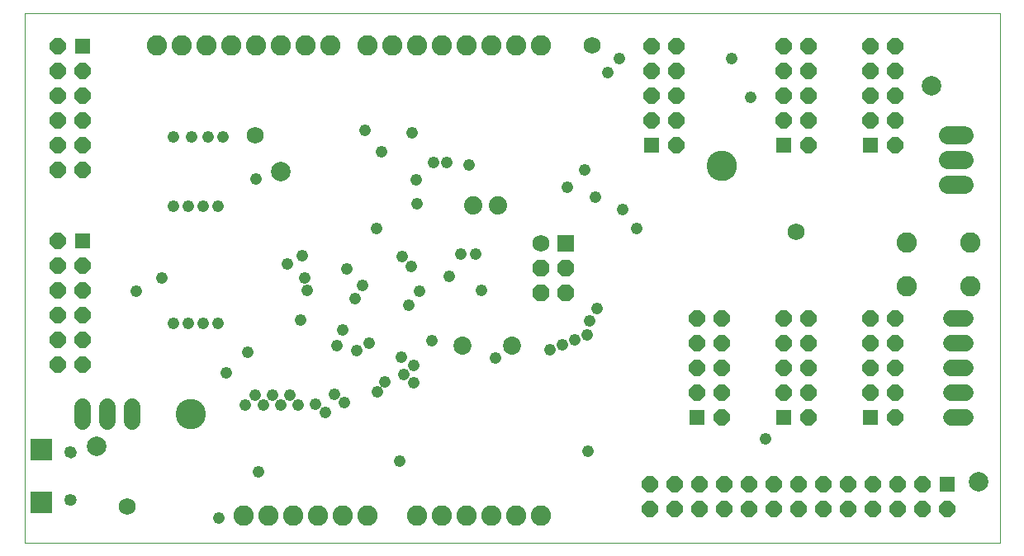
<source format=gbs>
G75*
%MOIN*%
%OFA0B0*%
%FSLAX24Y24*%
%IPPOS*%
%LPD*%
%AMOC8*
5,1,8,0,0,1.08239X$1,22.5*
%
%ADD10C,0.0000*%
%ADD11C,0.1222*%
%ADD12C,0.0820*%
%ADD13R,0.0640X0.0640*%
%ADD14OC8,0.0640*%
%ADD15C,0.0740*%
%ADD16C,0.0730*%
%ADD17C,0.0730*%
%ADD18C,0.0680*%
%ADD19OC8,0.0680*%
%ADD20R,0.0680X0.0680*%
%ADD21C,0.0674*%
%ADD22C,0.0680*%
%ADD23C,0.0787*%
%ADD24R,0.0867X0.0867*%
%ADD25C,0.0493*%
%ADD26C,0.0476*%
D10*
X009750Y000930D02*
X009750Y022326D01*
X049120Y022326D01*
X049120Y000930D01*
X009750Y000930D01*
X011405Y002675D02*
X011407Y002703D01*
X011413Y002731D01*
X011422Y002757D01*
X011435Y002783D01*
X011451Y002806D01*
X011471Y002826D01*
X011493Y002844D01*
X011517Y002859D01*
X011543Y002870D01*
X011570Y002878D01*
X011598Y002882D01*
X011626Y002882D01*
X011654Y002878D01*
X011681Y002870D01*
X011707Y002859D01*
X011731Y002844D01*
X011753Y002826D01*
X011773Y002806D01*
X011789Y002783D01*
X011802Y002757D01*
X011811Y002731D01*
X011817Y002703D01*
X011819Y002675D01*
X011817Y002647D01*
X011811Y002619D01*
X011802Y002593D01*
X011789Y002567D01*
X011773Y002544D01*
X011753Y002524D01*
X011731Y002506D01*
X011707Y002491D01*
X011681Y002480D01*
X011654Y002472D01*
X011626Y002468D01*
X011598Y002468D01*
X011570Y002472D01*
X011543Y002480D01*
X011517Y002491D01*
X011493Y002506D01*
X011471Y002524D01*
X011451Y002544D01*
X011435Y002567D01*
X011422Y002593D01*
X011413Y002619D01*
X011407Y002647D01*
X011405Y002675D01*
X011405Y004585D02*
X011407Y004613D01*
X011413Y004641D01*
X011422Y004667D01*
X011435Y004693D01*
X011451Y004716D01*
X011471Y004736D01*
X011493Y004754D01*
X011517Y004769D01*
X011543Y004780D01*
X011570Y004788D01*
X011598Y004792D01*
X011626Y004792D01*
X011654Y004788D01*
X011681Y004780D01*
X011707Y004769D01*
X011731Y004754D01*
X011753Y004736D01*
X011773Y004716D01*
X011789Y004693D01*
X011802Y004667D01*
X011811Y004641D01*
X011817Y004613D01*
X011819Y004585D01*
X011817Y004557D01*
X011811Y004529D01*
X011802Y004503D01*
X011789Y004477D01*
X011773Y004454D01*
X011753Y004434D01*
X011731Y004416D01*
X011707Y004401D01*
X011681Y004390D01*
X011654Y004382D01*
X011626Y004378D01*
X011598Y004378D01*
X011570Y004382D01*
X011543Y004390D01*
X011517Y004401D01*
X011493Y004416D01*
X011471Y004434D01*
X011451Y004454D01*
X011435Y004477D01*
X011422Y004503D01*
X011413Y004529D01*
X011407Y004557D01*
X011405Y004585D01*
X015879Y006125D02*
X015881Y006172D01*
X015887Y006219D01*
X015896Y006265D01*
X015910Y006310D01*
X015927Y006354D01*
X015948Y006397D01*
X015972Y006437D01*
X015999Y006476D01*
X016030Y006512D01*
X016063Y006545D01*
X016099Y006576D01*
X016138Y006603D01*
X016178Y006627D01*
X016221Y006648D01*
X016265Y006665D01*
X016310Y006679D01*
X016356Y006688D01*
X016403Y006694D01*
X016450Y006696D01*
X016497Y006694D01*
X016544Y006688D01*
X016590Y006679D01*
X016635Y006665D01*
X016679Y006648D01*
X016722Y006627D01*
X016762Y006603D01*
X016801Y006576D01*
X016837Y006545D01*
X016870Y006512D01*
X016901Y006476D01*
X016928Y006437D01*
X016952Y006397D01*
X016973Y006354D01*
X016990Y006310D01*
X017004Y006265D01*
X017013Y006219D01*
X017019Y006172D01*
X017021Y006125D01*
X017019Y006078D01*
X017013Y006031D01*
X017004Y005985D01*
X016990Y005940D01*
X016973Y005896D01*
X016952Y005853D01*
X016928Y005813D01*
X016901Y005774D01*
X016870Y005738D01*
X016837Y005705D01*
X016801Y005674D01*
X016762Y005647D01*
X016722Y005623D01*
X016679Y005602D01*
X016635Y005585D01*
X016590Y005571D01*
X016544Y005562D01*
X016497Y005556D01*
X016450Y005554D01*
X016403Y005556D01*
X016356Y005562D01*
X016310Y005571D01*
X016265Y005585D01*
X016221Y005602D01*
X016178Y005623D01*
X016138Y005647D01*
X016099Y005674D01*
X016063Y005705D01*
X016030Y005738D01*
X015999Y005774D01*
X015972Y005813D01*
X015948Y005853D01*
X015927Y005896D01*
X015910Y005940D01*
X015896Y005985D01*
X015887Y006031D01*
X015881Y006078D01*
X015879Y006125D01*
X037334Y016165D02*
X037336Y016212D01*
X037342Y016259D01*
X037351Y016305D01*
X037365Y016350D01*
X037382Y016394D01*
X037403Y016437D01*
X037427Y016477D01*
X037454Y016516D01*
X037485Y016552D01*
X037518Y016585D01*
X037554Y016616D01*
X037593Y016643D01*
X037633Y016667D01*
X037676Y016688D01*
X037720Y016705D01*
X037765Y016719D01*
X037811Y016728D01*
X037858Y016734D01*
X037905Y016736D01*
X037952Y016734D01*
X037999Y016728D01*
X038045Y016719D01*
X038090Y016705D01*
X038134Y016688D01*
X038177Y016667D01*
X038217Y016643D01*
X038256Y016616D01*
X038292Y016585D01*
X038325Y016552D01*
X038356Y016516D01*
X038383Y016477D01*
X038407Y016437D01*
X038428Y016394D01*
X038445Y016350D01*
X038459Y016305D01*
X038468Y016259D01*
X038474Y016212D01*
X038476Y016165D01*
X038474Y016118D01*
X038468Y016071D01*
X038459Y016025D01*
X038445Y015980D01*
X038428Y015936D01*
X038407Y015893D01*
X038383Y015853D01*
X038356Y015814D01*
X038325Y015778D01*
X038292Y015745D01*
X038256Y015714D01*
X038217Y015687D01*
X038177Y015663D01*
X038134Y015642D01*
X038090Y015625D01*
X038045Y015611D01*
X037999Y015602D01*
X037952Y015596D01*
X037905Y015594D01*
X037858Y015596D01*
X037811Y015602D01*
X037765Y015611D01*
X037720Y015625D01*
X037676Y015642D01*
X037633Y015663D01*
X037593Y015687D01*
X037554Y015714D01*
X037518Y015745D01*
X037485Y015778D01*
X037454Y015814D01*
X037427Y015853D01*
X037403Y015893D01*
X037382Y015936D01*
X037365Y015980D01*
X037351Y016025D01*
X037342Y016071D01*
X037336Y016118D01*
X037334Y016165D01*
D11*
X037905Y016165D03*
X016450Y006125D03*
D12*
X018600Y002030D03*
X019600Y002030D03*
X020600Y002030D03*
X021600Y002030D03*
X022600Y002030D03*
X023600Y002030D03*
X025600Y002030D03*
X026600Y002030D03*
X027600Y002030D03*
X028600Y002030D03*
X029600Y002030D03*
X030600Y002030D03*
X045370Y011290D03*
X047930Y011290D03*
X047930Y013070D03*
X045370Y013070D03*
X030600Y021030D03*
X029600Y021030D03*
X028600Y021030D03*
X027600Y021030D03*
X026600Y021030D03*
X025600Y021030D03*
X024600Y021030D03*
X023600Y021030D03*
X022100Y021030D03*
X021100Y021030D03*
X020100Y021030D03*
X019100Y021030D03*
X018100Y021030D03*
X017100Y021030D03*
X016100Y021030D03*
X015100Y021030D03*
D13*
X012100Y020980D03*
X012100Y013130D03*
X035050Y016980D03*
X040400Y016980D03*
X043900Y016980D03*
X043900Y005980D03*
X040400Y005980D03*
X036900Y005980D03*
X047000Y003280D03*
D14*
X046000Y003280D03*
X045000Y003280D03*
X044000Y003280D03*
X043000Y003280D03*
X042000Y003280D03*
X041000Y003280D03*
X040000Y003280D03*
X039000Y003280D03*
X038000Y003280D03*
X037000Y003280D03*
X036000Y003280D03*
X035000Y003280D03*
X035000Y002280D03*
X036000Y002280D03*
X037000Y002280D03*
X038000Y002280D03*
X039000Y002280D03*
X040000Y002280D03*
X041000Y002280D03*
X042000Y002280D03*
X043000Y002280D03*
X044000Y002280D03*
X045000Y002280D03*
X046000Y002280D03*
X047000Y002280D03*
X044900Y005980D03*
X044900Y006980D03*
X043900Y006980D03*
X043900Y007980D03*
X044900Y007980D03*
X044900Y008980D03*
X043900Y008980D03*
X043900Y009980D03*
X044900Y009980D03*
X041400Y009980D03*
X040400Y009980D03*
X040400Y008980D03*
X041400Y008980D03*
X041400Y007980D03*
X040400Y007980D03*
X040400Y006980D03*
X041400Y006980D03*
X041400Y005980D03*
X037900Y005980D03*
X037900Y006980D03*
X036900Y006980D03*
X036900Y007980D03*
X037900Y007980D03*
X037900Y008980D03*
X036900Y008980D03*
X036900Y009980D03*
X037900Y009980D03*
X036050Y016980D03*
X036050Y017980D03*
X035050Y017980D03*
X035050Y018980D03*
X036050Y018980D03*
X036050Y019980D03*
X035050Y019980D03*
X035050Y020980D03*
X036050Y020980D03*
X040400Y020980D03*
X041400Y020980D03*
X041400Y019980D03*
X040400Y019980D03*
X040400Y018980D03*
X041400Y018980D03*
X041400Y017980D03*
X040400Y017980D03*
X041400Y016980D03*
X043900Y017980D03*
X044900Y017980D03*
X044900Y016980D03*
X044900Y018980D03*
X043900Y018980D03*
X043900Y019980D03*
X044900Y019980D03*
X044900Y020980D03*
X043900Y020980D03*
X012100Y019980D03*
X011100Y019980D03*
X011100Y018980D03*
X012100Y018980D03*
X012100Y017980D03*
X011100Y017980D03*
X011100Y016980D03*
X012100Y016980D03*
X012100Y015980D03*
X011100Y015980D03*
X011100Y013130D03*
X011100Y012130D03*
X012100Y012130D03*
X012100Y011130D03*
X011100Y011130D03*
X011100Y010130D03*
X012100Y010130D03*
X012100Y009130D03*
X011100Y009130D03*
X011100Y008130D03*
X012100Y008130D03*
X011100Y020980D03*
D15*
X027860Y014560D03*
X028860Y014560D03*
D16*
X029430Y008890D03*
X027430Y008890D03*
D17*
X047045Y015410D02*
X047695Y015410D01*
X047695Y016410D02*
X047045Y016410D01*
X047045Y017410D02*
X047695Y017410D01*
D18*
X040900Y013480D03*
X030600Y013030D03*
X019050Y017380D03*
X032650Y021030D03*
X013900Y002380D03*
D19*
X030600Y011030D03*
X031600Y011030D03*
X031600Y012030D03*
X030600Y012030D03*
D20*
X031600Y013030D03*
D21*
X047153Y009980D02*
X047747Y009980D01*
X047747Y008980D02*
X047153Y008980D01*
X047153Y007980D02*
X047747Y007980D01*
X047747Y006980D02*
X047153Y006980D01*
X047153Y005980D02*
X047747Y005980D01*
D22*
X014100Y005830D02*
X014100Y006430D01*
X013100Y006430D02*
X013100Y005830D01*
X012100Y005830D02*
X012100Y006430D01*
D23*
X012650Y004830D03*
X020100Y015930D03*
X046350Y019380D03*
X048250Y003380D03*
D24*
X010419Y002557D03*
X010419Y004703D03*
D25*
X011612Y004585D03*
X011612Y002675D03*
D26*
X017600Y001930D03*
X019200Y003780D03*
X021900Y006180D03*
X021500Y006530D03*
X020800Y006480D03*
X020450Y006880D03*
X020100Y006480D03*
X019750Y006880D03*
X019400Y006480D03*
X019050Y006880D03*
X018650Y006480D03*
X017900Y007780D03*
X018750Y008630D03*
X017550Y009780D03*
X016950Y009780D03*
X016350Y009780D03*
X015750Y009780D03*
X014250Y011080D03*
X015300Y011630D03*
X020350Y012180D03*
X020950Y012530D03*
X021050Y011630D03*
X021150Y011130D03*
X022750Y011980D03*
X023400Y011330D03*
X023100Y010780D03*
X025250Y010530D03*
X025700Y011080D03*
X026900Y011680D03*
X028200Y011130D03*
X027950Y012580D03*
X027350Y012580D03*
X025350Y012080D03*
X025000Y012480D03*
X023950Y013630D03*
X025600Y014630D03*
X025550Y015580D03*
X026250Y016280D03*
X026800Y016280D03*
X027700Y016180D03*
X025400Y017480D03*
X024150Y016730D03*
X023500Y017580D03*
X019100Y015630D03*
X017550Y014530D03*
X016950Y014530D03*
X016350Y014530D03*
X015750Y014530D03*
X015750Y017330D03*
X016500Y017330D03*
X017150Y017330D03*
X017750Y017330D03*
X031650Y015280D03*
X032800Y014880D03*
X033900Y014380D03*
X034450Y013630D03*
X032350Y015980D03*
X039050Y018930D03*
X038300Y020480D03*
X033750Y020480D03*
X033300Y019930D03*
X032850Y010380D03*
X032550Y009880D03*
X032450Y009330D03*
X031950Y009130D03*
X031450Y008930D03*
X030950Y008730D03*
X028750Y008380D03*
X026200Y009080D03*
X024950Y008430D03*
X025450Y008080D03*
X025050Y007730D03*
X025450Y007380D03*
X024300Y007430D03*
X024000Y007030D03*
X022650Y006580D03*
X022250Y006930D03*
X023150Y008680D03*
X023650Y008980D03*
X022600Y009530D03*
X022350Y008880D03*
X020900Y009930D03*
X032500Y004630D03*
X039650Y005130D03*
X024900Y004230D03*
M02*

</source>
